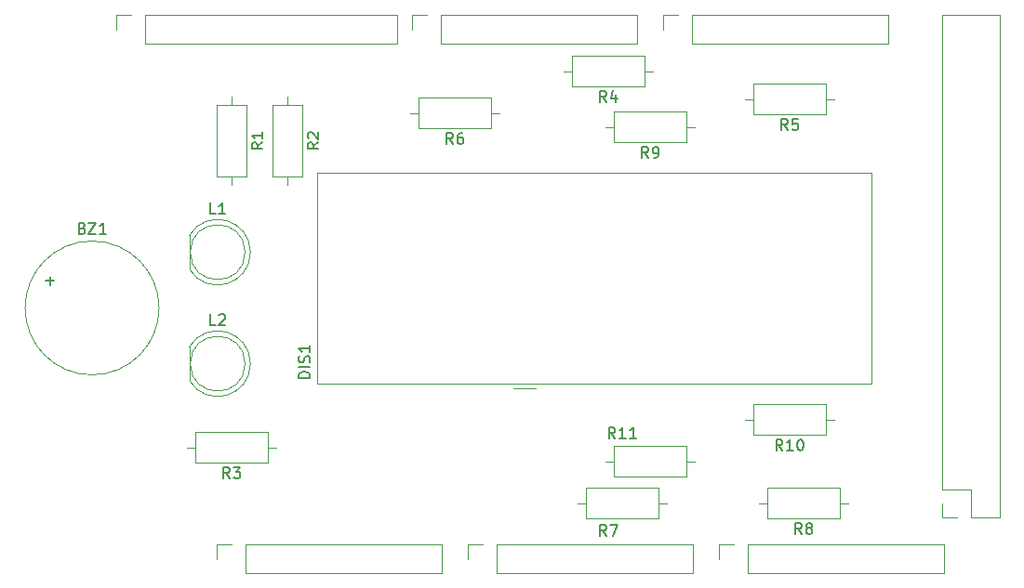
<source format=gto>
G04 #@! TF.GenerationSoftware,KiCad,Pcbnew,(6.0.8)*
G04 #@! TF.CreationDate,2022-10-24T16:19:34-07:00*
G04 #@! TF.ProjectId,p_4,705f342e-6b69-4636-9164-5f7063625858,rev?*
G04 #@! TF.SameCoordinates,Original*
G04 #@! TF.FileFunction,Legend,Top*
G04 #@! TF.FilePolarity,Positive*
%FSLAX46Y46*%
G04 Gerber Fmt 4.6, Leading zero omitted, Abs format (unit mm)*
G04 Created by KiCad (PCBNEW (6.0.8)) date 2022-10-24 16:19:34*
%MOMM*%
%LPD*%
G01*
G04 APERTURE LIST*
%ADD10C,0.150000*%
%ADD11C,0.120000*%
%ADD12R,1.700000X1.700000*%
%ADD13O,1.700000X1.700000*%
%ADD14C,1.600000*%
%ADD15O,1.600000X1.600000*%
%ADD16R,1.800000X1.800000*%
%ADD17C,1.800000*%
%ADD18C,3.200000*%
%ADD19R,1.500000X1.500000*%
%ADD20C,1.500000*%
%ADD21R,2.000000X2.000000*%
%ADD22C,2.000000*%
G04 APERTURE END LIST*
D10*
X130762380Y-59526666D02*
X130286190Y-59860000D01*
X130762380Y-60098095D02*
X129762380Y-60098095D01*
X129762380Y-59717142D01*
X129810000Y-59621904D01*
X129857619Y-59574285D01*
X129952857Y-59526666D01*
X130095714Y-59526666D01*
X130190952Y-59574285D01*
X130238571Y-59621904D01*
X130286190Y-59717142D01*
X130286190Y-60098095D01*
X130762380Y-58574285D02*
X130762380Y-59145714D01*
X130762380Y-58860000D02*
X129762380Y-58860000D01*
X129905238Y-58955238D01*
X130000476Y-59050476D01*
X130048095Y-59145714D01*
X126503333Y-66012380D02*
X126027142Y-66012380D01*
X126027142Y-65012380D01*
X127360476Y-66012380D02*
X126789047Y-66012380D01*
X127074761Y-66012380D02*
X127074761Y-65012380D01*
X126979523Y-65155238D01*
X126884285Y-65250476D01*
X126789047Y-65298095D01*
X162063333Y-95372380D02*
X161730000Y-94896190D01*
X161491904Y-95372380D02*
X161491904Y-94372380D01*
X161872857Y-94372380D01*
X161968095Y-94420000D01*
X162015714Y-94467619D01*
X162063333Y-94562857D01*
X162063333Y-94705714D01*
X162015714Y-94800952D01*
X161968095Y-94848571D01*
X161872857Y-94896190D01*
X161491904Y-94896190D01*
X162396666Y-94372380D02*
X163063333Y-94372380D01*
X162634761Y-95372380D01*
X162063333Y-55832380D02*
X161730000Y-55356190D01*
X161491904Y-55832380D02*
X161491904Y-54832380D01*
X161872857Y-54832380D01*
X161968095Y-54880000D01*
X162015714Y-54927619D01*
X162063333Y-55022857D01*
X162063333Y-55165714D01*
X162015714Y-55260952D01*
X161968095Y-55308571D01*
X161872857Y-55356190D01*
X161491904Y-55356190D01*
X162920476Y-55165714D02*
X162920476Y-55832380D01*
X162682380Y-54784761D02*
X162444285Y-55499047D01*
X163063333Y-55499047D01*
X162857142Y-86482380D02*
X162523809Y-86006190D01*
X162285714Y-86482380D02*
X162285714Y-85482380D01*
X162666666Y-85482380D01*
X162761904Y-85530000D01*
X162809523Y-85577619D01*
X162857142Y-85672857D01*
X162857142Y-85815714D01*
X162809523Y-85910952D01*
X162761904Y-85958571D01*
X162666666Y-86006190D01*
X162285714Y-86006190D01*
X163809523Y-86482380D02*
X163238095Y-86482380D01*
X163523809Y-86482380D02*
X163523809Y-85482380D01*
X163428571Y-85625238D01*
X163333333Y-85720476D01*
X163238095Y-85768095D01*
X164761904Y-86482380D02*
X164190476Y-86482380D01*
X164476190Y-86482380D02*
X164476190Y-85482380D01*
X164380952Y-85625238D01*
X164285714Y-85720476D01*
X164190476Y-85768095D01*
X179843333Y-95202380D02*
X179510000Y-94726190D01*
X179271904Y-95202380D02*
X179271904Y-94202380D01*
X179652857Y-94202380D01*
X179748095Y-94250000D01*
X179795714Y-94297619D01*
X179843333Y-94392857D01*
X179843333Y-94535714D01*
X179795714Y-94630952D01*
X179748095Y-94678571D01*
X179652857Y-94726190D01*
X179271904Y-94726190D01*
X180414761Y-94630952D02*
X180319523Y-94583333D01*
X180271904Y-94535714D01*
X180224285Y-94440476D01*
X180224285Y-94392857D01*
X180271904Y-94297619D01*
X180319523Y-94250000D01*
X180414761Y-94202380D01*
X180605238Y-94202380D01*
X180700476Y-94250000D01*
X180748095Y-94297619D01*
X180795714Y-94392857D01*
X180795714Y-94440476D01*
X180748095Y-94535714D01*
X180700476Y-94583333D01*
X180605238Y-94630952D01*
X180414761Y-94630952D01*
X180319523Y-94678571D01*
X180271904Y-94726190D01*
X180224285Y-94821428D01*
X180224285Y-95011904D01*
X180271904Y-95107142D01*
X180319523Y-95154761D01*
X180414761Y-95202380D01*
X180605238Y-95202380D01*
X180700476Y-95154761D01*
X180748095Y-95107142D01*
X180795714Y-95011904D01*
X180795714Y-94821428D01*
X180748095Y-94726190D01*
X180700476Y-94678571D01*
X180605238Y-94630952D01*
X178573333Y-58372380D02*
X178240000Y-57896190D01*
X178001904Y-58372380D02*
X178001904Y-57372380D01*
X178382857Y-57372380D01*
X178478095Y-57420000D01*
X178525714Y-57467619D01*
X178573333Y-57562857D01*
X178573333Y-57705714D01*
X178525714Y-57800952D01*
X178478095Y-57848571D01*
X178382857Y-57896190D01*
X178001904Y-57896190D01*
X179478095Y-57372380D02*
X179001904Y-57372380D01*
X178954285Y-57848571D01*
X179001904Y-57800952D01*
X179097142Y-57753333D01*
X179335238Y-57753333D01*
X179430476Y-57800952D01*
X179478095Y-57848571D01*
X179525714Y-57943809D01*
X179525714Y-58181904D01*
X179478095Y-58277142D01*
X179430476Y-58324761D01*
X179335238Y-58372380D01*
X179097142Y-58372380D01*
X179001904Y-58324761D01*
X178954285Y-58277142D01*
X127773333Y-90122380D02*
X127440000Y-89646190D01*
X127201904Y-90122380D02*
X127201904Y-89122380D01*
X127582857Y-89122380D01*
X127678095Y-89170000D01*
X127725714Y-89217619D01*
X127773333Y-89312857D01*
X127773333Y-89455714D01*
X127725714Y-89550952D01*
X127678095Y-89598571D01*
X127582857Y-89646190D01*
X127201904Y-89646190D01*
X128106666Y-89122380D02*
X128725714Y-89122380D01*
X128392380Y-89503333D01*
X128535238Y-89503333D01*
X128630476Y-89550952D01*
X128678095Y-89598571D01*
X128725714Y-89693809D01*
X128725714Y-89931904D01*
X128678095Y-90027142D01*
X128630476Y-90074761D01*
X128535238Y-90122380D01*
X128249523Y-90122380D01*
X128154285Y-90074761D01*
X128106666Y-90027142D01*
X148093333Y-59642380D02*
X147760000Y-59166190D01*
X147521904Y-59642380D02*
X147521904Y-58642380D01*
X147902857Y-58642380D01*
X147998095Y-58690000D01*
X148045714Y-58737619D01*
X148093333Y-58832857D01*
X148093333Y-58975714D01*
X148045714Y-59070952D01*
X147998095Y-59118571D01*
X147902857Y-59166190D01*
X147521904Y-59166190D01*
X148950476Y-58642380D02*
X148760000Y-58642380D01*
X148664761Y-58690000D01*
X148617142Y-58737619D01*
X148521904Y-58880476D01*
X148474285Y-59070952D01*
X148474285Y-59451904D01*
X148521904Y-59547142D01*
X148569523Y-59594761D01*
X148664761Y-59642380D01*
X148855238Y-59642380D01*
X148950476Y-59594761D01*
X148998095Y-59547142D01*
X149045714Y-59451904D01*
X149045714Y-59213809D01*
X148998095Y-59118571D01*
X148950476Y-59070952D01*
X148855238Y-59023333D01*
X148664761Y-59023333D01*
X148569523Y-59070952D01*
X148521904Y-59118571D01*
X148474285Y-59213809D01*
X165873333Y-60912380D02*
X165540000Y-60436190D01*
X165301904Y-60912380D02*
X165301904Y-59912380D01*
X165682857Y-59912380D01*
X165778095Y-59960000D01*
X165825714Y-60007619D01*
X165873333Y-60102857D01*
X165873333Y-60245714D01*
X165825714Y-60340952D01*
X165778095Y-60388571D01*
X165682857Y-60436190D01*
X165301904Y-60436190D01*
X166349523Y-60912380D02*
X166540000Y-60912380D01*
X166635238Y-60864761D01*
X166682857Y-60817142D01*
X166778095Y-60674285D01*
X166825714Y-60483809D01*
X166825714Y-60102857D01*
X166778095Y-60007619D01*
X166730476Y-59960000D01*
X166635238Y-59912380D01*
X166444761Y-59912380D01*
X166349523Y-59960000D01*
X166301904Y-60007619D01*
X166254285Y-60102857D01*
X166254285Y-60340952D01*
X166301904Y-60436190D01*
X166349523Y-60483809D01*
X166444761Y-60531428D01*
X166635238Y-60531428D01*
X166730476Y-60483809D01*
X166778095Y-60436190D01*
X166825714Y-60340952D01*
X135062380Y-80989880D02*
X134062380Y-80989880D01*
X134062380Y-80751785D01*
X134110000Y-80608928D01*
X134205238Y-80513690D01*
X134300476Y-80466071D01*
X134490952Y-80418452D01*
X134633809Y-80418452D01*
X134824285Y-80466071D01*
X134919523Y-80513690D01*
X135014761Y-80608928D01*
X135062380Y-80751785D01*
X135062380Y-80989880D01*
X135062380Y-79989880D02*
X134062380Y-79989880D01*
X135014761Y-79561309D02*
X135062380Y-79418452D01*
X135062380Y-79180357D01*
X135014761Y-79085119D01*
X134967142Y-79037500D01*
X134871904Y-78989880D01*
X134776666Y-78989880D01*
X134681428Y-79037500D01*
X134633809Y-79085119D01*
X134586190Y-79180357D01*
X134538571Y-79370833D01*
X134490952Y-79466071D01*
X134443333Y-79513690D01*
X134348095Y-79561309D01*
X134252857Y-79561309D01*
X134157619Y-79513690D01*
X134110000Y-79466071D01*
X134062380Y-79370833D01*
X134062380Y-79132738D01*
X134110000Y-78989880D01*
X135062380Y-78037500D02*
X135062380Y-78608928D01*
X135062380Y-78323214D02*
X134062380Y-78323214D01*
X134205238Y-78418452D01*
X134300476Y-78513690D01*
X134348095Y-78608928D01*
X178097142Y-87582380D02*
X177763809Y-87106190D01*
X177525714Y-87582380D02*
X177525714Y-86582380D01*
X177906666Y-86582380D01*
X178001904Y-86630000D01*
X178049523Y-86677619D01*
X178097142Y-86772857D01*
X178097142Y-86915714D01*
X178049523Y-87010952D01*
X178001904Y-87058571D01*
X177906666Y-87106190D01*
X177525714Y-87106190D01*
X179049523Y-87582380D02*
X178478095Y-87582380D01*
X178763809Y-87582380D02*
X178763809Y-86582380D01*
X178668571Y-86725238D01*
X178573333Y-86820476D01*
X178478095Y-86868095D01*
X179668571Y-86582380D02*
X179763809Y-86582380D01*
X179859047Y-86630000D01*
X179906666Y-86677619D01*
X179954285Y-86772857D01*
X180001904Y-86963333D01*
X180001904Y-87201428D01*
X179954285Y-87391904D01*
X179906666Y-87487142D01*
X179859047Y-87534761D01*
X179763809Y-87582380D01*
X179668571Y-87582380D01*
X179573333Y-87534761D01*
X179525714Y-87487142D01*
X179478095Y-87391904D01*
X179430476Y-87201428D01*
X179430476Y-86963333D01*
X179478095Y-86772857D01*
X179525714Y-86677619D01*
X179573333Y-86630000D01*
X179668571Y-86582380D01*
X114359047Y-67328571D02*
X114501904Y-67376190D01*
X114549523Y-67423809D01*
X114597142Y-67519047D01*
X114597142Y-67661904D01*
X114549523Y-67757142D01*
X114501904Y-67804761D01*
X114406666Y-67852380D01*
X114025714Y-67852380D01*
X114025714Y-66852380D01*
X114359047Y-66852380D01*
X114454285Y-66900000D01*
X114501904Y-66947619D01*
X114549523Y-67042857D01*
X114549523Y-67138095D01*
X114501904Y-67233333D01*
X114454285Y-67280952D01*
X114359047Y-67328571D01*
X114025714Y-67328571D01*
X114930476Y-66852380D02*
X115597142Y-66852380D01*
X114930476Y-67852380D01*
X115597142Y-67852380D01*
X116501904Y-67852380D02*
X115930476Y-67852380D01*
X116216190Y-67852380D02*
X116216190Y-66852380D01*
X116120952Y-66995238D01*
X116025714Y-67090476D01*
X115930476Y-67138095D01*
X111049047Y-72131428D02*
X111810952Y-72131428D01*
X111430000Y-72512380D02*
X111430000Y-71750476D01*
X126503333Y-76172380D02*
X126027142Y-76172380D01*
X126027142Y-75172380D01*
X126789047Y-75267619D02*
X126836666Y-75220000D01*
X126931904Y-75172380D01*
X127170000Y-75172380D01*
X127265238Y-75220000D01*
X127312857Y-75267619D01*
X127360476Y-75362857D01*
X127360476Y-75458095D01*
X127312857Y-75600952D01*
X126741428Y-76172380D01*
X127360476Y-76172380D01*
X135842380Y-59526666D02*
X135366190Y-59860000D01*
X135842380Y-60098095D02*
X134842380Y-60098095D01*
X134842380Y-59717142D01*
X134890000Y-59621904D01*
X134937619Y-59574285D01*
X135032857Y-59526666D01*
X135175714Y-59526666D01*
X135270952Y-59574285D01*
X135318571Y-59621904D01*
X135366190Y-59717142D01*
X135366190Y-60098095D01*
X134937619Y-59145714D02*
X134890000Y-59098095D01*
X134842380Y-59002857D01*
X134842380Y-58764761D01*
X134890000Y-58669523D01*
X134937619Y-58621904D01*
X135032857Y-58574285D01*
X135128095Y-58574285D01*
X135270952Y-58621904D01*
X135842380Y-59193333D01*
X135842380Y-58574285D01*
D11*
X195250000Y-93710000D02*
X195250000Y-91110000D01*
X192650000Y-91110000D02*
X192650000Y-47870000D01*
X193980000Y-93710000D02*
X192650000Y-93710000D01*
X195250000Y-91110000D02*
X192650000Y-91110000D01*
X192650000Y-93710000D02*
X192650000Y-92380000D01*
X197850000Y-47870000D02*
X192650000Y-47870000D01*
X197850000Y-93710000D02*
X195250000Y-93710000D01*
X197850000Y-93710000D02*
X197850000Y-47870000D01*
X129210000Y-98790000D02*
X147050000Y-98790000D01*
X129210000Y-98790000D02*
X129210000Y-96130000D01*
X147050000Y-98790000D02*
X147050000Y-96130000D01*
X129210000Y-96130000D02*
X147050000Y-96130000D01*
X126610000Y-97460000D02*
X126610000Y-96130000D01*
X126610000Y-96130000D02*
X127940000Y-96130000D01*
X152070000Y-98790000D02*
X169910000Y-98790000D01*
X152070000Y-96130000D02*
X169910000Y-96130000D01*
X149470000Y-97460000D02*
X149470000Y-96130000D01*
X149470000Y-96130000D02*
X150800000Y-96130000D01*
X152070000Y-98790000D02*
X152070000Y-96130000D01*
X169910000Y-98790000D02*
X169910000Y-96130000D01*
X174930000Y-98790000D02*
X192770000Y-98790000D01*
X172330000Y-97460000D02*
X172330000Y-96130000D01*
X192770000Y-98790000D02*
X192770000Y-96130000D01*
X172330000Y-96130000D02*
X173660000Y-96130000D01*
X174930000Y-98790000D02*
X174930000Y-96130000D01*
X174930000Y-96130000D02*
X192770000Y-96130000D01*
X120066000Y-50530000D02*
X120066000Y-47870000D01*
X120066000Y-47870000D02*
X142986000Y-47870000D01*
X142986000Y-50530000D02*
X142986000Y-47870000D01*
X117466000Y-49200000D02*
X117466000Y-47870000D01*
X117466000Y-47870000D02*
X118796000Y-47870000D01*
X120066000Y-50530000D02*
X142986000Y-50530000D01*
X144390000Y-49200000D02*
X144390000Y-47870000D01*
X146990000Y-50530000D02*
X164830000Y-50530000D01*
X164830000Y-50530000D02*
X164830000Y-47870000D01*
X146990000Y-50530000D02*
X146990000Y-47870000D01*
X146990000Y-47870000D02*
X164830000Y-47870000D01*
X144390000Y-47870000D02*
X145720000Y-47870000D01*
X167250000Y-49200000D02*
X167250000Y-47870000D01*
X169850000Y-50530000D02*
X169850000Y-47870000D01*
X167250000Y-47870000D02*
X168580000Y-47870000D01*
X169850000Y-47870000D02*
X187690000Y-47870000D01*
X169850000Y-50530000D02*
X187690000Y-50530000D01*
X187690000Y-50530000D02*
X187690000Y-47870000D01*
X127940000Y-55320000D02*
X127940000Y-56090000D01*
X129310000Y-56090000D02*
X126570000Y-56090000D01*
X129310000Y-62630000D02*
X129310000Y-56090000D01*
X126570000Y-62630000D02*
X129310000Y-62630000D01*
X126570000Y-56090000D02*
X126570000Y-62630000D01*
X127940000Y-63400000D02*
X127940000Y-62630000D01*
X124110000Y-67975000D02*
X124110000Y-71065000D01*
X129660000Y-69520462D02*
G75*
G03*
X124110000Y-67975170I-2990000J462D01*
G01*
X124110000Y-71064830D02*
G75*
G03*
X129660000Y-69519538I2560000J1544830D01*
G01*
X129170000Y-69520000D02*
G75*
G03*
X129170000Y-69520000I-2500000J0D01*
G01*
X159460000Y-92380000D02*
X160230000Y-92380000D01*
X167540000Y-92380000D02*
X166770000Y-92380000D01*
X166770000Y-91010000D02*
X160230000Y-91010000D01*
X160230000Y-93750000D02*
X166770000Y-93750000D01*
X160230000Y-91010000D02*
X160230000Y-93750000D01*
X166770000Y-93750000D02*
X166770000Y-91010000D01*
X166270000Y-53010000D02*
X165500000Y-53010000D01*
X158190000Y-53010000D02*
X158960000Y-53010000D01*
X165500000Y-51640000D02*
X158960000Y-51640000D01*
X165500000Y-54380000D02*
X165500000Y-51640000D01*
X158960000Y-51640000D02*
X158960000Y-54380000D01*
X158960000Y-54380000D02*
X165500000Y-54380000D01*
X170080000Y-88570000D02*
X169310000Y-88570000D01*
X169310000Y-87200000D02*
X162770000Y-87200000D01*
X162000000Y-88570000D02*
X162770000Y-88570000D01*
X162770000Y-87200000D02*
X162770000Y-89940000D01*
X162770000Y-89940000D02*
X169310000Y-89940000D01*
X169310000Y-89940000D02*
X169310000Y-87200000D01*
X183280000Y-91010000D02*
X176740000Y-91010000D01*
X175970000Y-92380000D02*
X176740000Y-92380000D01*
X183280000Y-93750000D02*
X183280000Y-91010000D01*
X176740000Y-93750000D02*
X183280000Y-93750000D01*
X176740000Y-91010000D02*
X176740000Y-93750000D01*
X184050000Y-92380000D02*
X183280000Y-92380000D01*
X174700000Y-55550000D02*
X175470000Y-55550000D01*
X182780000Y-55550000D02*
X182010000Y-55550000D01*
X182010000Y-54180000D02*
X175470000Y-54180000D01*
X175470000Y-56920000D02*
X182010000Y-56920000D01*
X182010000Y-56920000D02*
X182010000Y-54180000D01*
X175470000Y-54180000D02*
X175470000Y-56920000D01*
X124670000Y-88670000D02*
X131210000Y-88670000D01*
X124670000Y-85930000D02*
X124670000Y-88670000D01*
X123900000Y-87300000D02*
X124670000Y-87300000D01*
X131210000Y-88670000D02*
X131210000Y-85930000D01*
X131210000Y-85930000D02*
X124670000Y-85930000D01*
X131980000Y-87300000D02*
X131210000Y-87300000D01*
X144990000Y-55450000D02*
X144990000Y-58190000D01*
X144990000Y-58190000D02*
X151530000Y-58190000D01*
X151530000Y-55450000D02*
X144990000Y-55450000D01*
X144220000Y-56820000D02*
X144990000Y-56820000D01*
X152300000Y-56820000D02*
X151530000Y-56820000D01*
X151530000Y-58190000D02*
X151530000Y-55450000D01*
X169310000Y-59460000D02*
X169310000Y-56720000D01*
X162000000Y-58090000D02*
X162770000Y-58090000D01*
X170080000Y-58090000D02*
X169310000Y-58090000D01*
X169310000Y-56720000D02*
X162770000Y-56720000D01*
X162770000Y-59460000D02*
X169310000Y-59460000D01*
X162770000Y-56720000D02*
X162770000Y-59460000D01*
X186230000Y-81537500D02*
X186230000Y-62297500D01*
X186230000Y-62297500D02*
X135690000Y-62297500D01*
X135690000Y-81537500D02*
X186230000Y-81537500D01*
X135690000Y-81537500D02*
X135690000Y-62297500D01*
X153610000Y-81917500D02*
X155610000Y-81917500D01*
X182780000Y-84760000D02*
X182010000Y-84760000D01*
X174700000Y-84760000D02*
X175470000Y-84760000D01*
X175470000Y-86130000D02*
X182010000Y-86130000D01*
X182010000Y-86130000D02*
X182010000Y-83390000D01*
X182010000Y-83390000D02*
X175470000Y-83390000D01*
X175470000Y-83390000D02*
X175470000Y-86130000D01*
X121340000Y-74600000D02*
G75*
G03*
X121340000Y-74600000I-6100000J0D01*
G01*
X124110000Y-78135000D02*
X124110000Y-81225000D01*
X124110000Y-81224830D02*
G75*
G03*
X129660000Y-79679538I2560000J1544830D01*
G01*
X129660000Y-79680462D02*
G75*
G03*
X124110000Y-78135170I-2990000J462D01*
G01*
X129170000Y-79680000D02*
G75*
G03*
X129170000Y-79680000I-2500000J0D01*
G01*
X131650000Y-62630000D02*
X134390000Y-62630000D01*
X134390000Y-56090000D02*
X131650000Y-56090000D01*
X131650000Y-56090000D02*
X131650000Y-62630000D01*
X133020000Y-63400000D02*
X133020000Y-62630000D01*
X133020000Y-55320000D02*
X133020000Y-56090000D01*
X134390000Y-62630000D02*
X134390000Y-56090000D01*
%LPC*%
D12*
X193980000Y-92380000D03*
D13*
X196520000Y-92380000D03*
X193980000Y-89840000D03*
X196520000Y-89840000D03*
X193980000Y-87300000D03*
X196520000Y-87300000D03*
X193980000Y-84760000D03*
X196520000Y-84760000D03*
X193980000Y-82220000D03*
X196520000Y-82220000D03*
X193980000Y-79680000D03*
X196520000Y-79680000D03*
X193980000Y-77140000D03*
X196520000Y-77140000D03*
X193980000Y-74600000D03*
X196520000Y-74600000D03*
X193980000Y-72060000D03*
X196520000Y-72060000D03*
X193980000Y-69520000D03*
X196520000Y-69520000D03*
X193980000Y-66980000D03*
X196520000Y-66980000D03*
X193980000Y-64440000D03*
X196520000Y-64440000D03*
X193980000Y-61900000D03*
X196520000Y-61900000D03*
X193980000Y-59360000D03*
X196520000Y-59360000D03*
X193980000Y-56820000D03*
X196520000Y-56820000D03*
X193980000Y-54280000D03*
X196520000Y-54280000D03*
X193980000Y-51740000D03*
X196520000Y-51740000D03*
X193980000Y-49200000D03*
X196520000Y-49200000D03*
D12*
X127940000Y-97460000D03*
D13*
X130480000Y-97460000D03*
X133020000Y-97460000D03*
X135560000Y-97460000D03*
X138100000Y-97460000D03*
X140640000Y-97460000D03*
X143180000Y-97460000D03*
X145720000Y-97460000D03*
D12*
X150800000Y-97460000D03*
D13*
X153340000Y-97460000D03*
X155880000Y-97460000D03*
X158420000Y-97460000D03*
X160960000Y-97460000D03*
X163500000Y-97460000D03*
X166040000Y-97460000D03*
X168580000Y-97460000D03*
D12*
X173660000Y-97460000D03*
D13*
X176200000Y-97460000D03*
X178740000Y-97460000D03*
X181280000Y-97460000D03*
X183820000Y-97460000D03*
X186360000Y-97460000D03*
X188900000Y-97460000D03*
X191440000Y-97460000D03*
D12*
X118796000Y-49200000D03*
D13*
X121336000Y-49200000D03*
X123876000Y-49200000D03*
X126416000Y-49200000D03*
X128956000Y-49200000D03*
X131496000Y-49200000D03*
X134036000Y-49200000D03*
X136576000Y-49200000D03*
X139116000Y-49200000D03*
X141656000Y-49200000D03*
D12*
X145720000Y-49200000D03*
D13*
X148260000Y-49200000D03*
X150800000Y-49200000D03*
X153340000Y-49200000D03*
X155880000Y-49200000D03*
X158420000Y-49200000D03*
X160960000Y-49200000D03*
X163500000Y-49200000D03*
D12*
X168580000Y-49200000D03*
D13*
X171120000Y-49200000D03*
X173660000Y-49200000D03*
X176200000Y-49200000D03*
X178740000Y-49200000D03*
X181280000Y-49200000D03*
X183820000Y-49200000D03*
X186360000Y-49200000D03*
D14*
X127940000Y-54280000D03*
D15*
X127940000Y-64440000D03*
D16*
X125400000Y-69520000D03*
D17*
X127940000Y-69520000D03*
D14*
X168580000Y-92380000D03*
D15*
X158420000Y-92380000D03*
D18*
X196520000Y-97460000D03*
D14*
X167310000Y-53010000D03*
D15*
X157150000Y-53010000D03*
D14*
X171120000Y-88570000D03*
D15*
X160960000Y-88570000D03*
D18*
X115240000Y-49200000D03*
D14*
X185090000Y-92380000D03*
D15*
X174930000Y-92380000D03*
D14*
X183820000Y-55550000D03*
D15*
X173660000Y-55550000D03*
D14*
X133020000Y-87300000D03*
D15*
X122860000Y-87300000D03*
D14*
X153340000Y-56820000D03*
D15*
X143180000Y-56820000D03*
D14*
X171120000Y-58090000D03*
D15*
X160960000Y-58090000D03*
D19*
X154610000Y-79537500D03*
D20*
X157150000Y-79537500D03*
X159690000Y-79537500D03*
X162230000Y-79537500D03*
X164770000Y-79537500D03*
X167310000Y-79537500D03*
X167310000Y-64297500D03*
X164770000Y-64297500D03*
X162230000Y-64297500D03*
X159690000Y-64297500D03*
X157150000Y-64297500D03*
X154610000Y-64297500D03*
D14*
X183820000Y-84760000D03*
D15*
X173660000Y-84760000D03*
D21*
X111440000Y-74600000D03*
D22*
X119040000Y-74600000D03*
D18*
X113970000Y-97460000D03*
D16*
X125400000Y-79680000D03*
D17*
X127940000Y-79680000D03*
D14*
X133020000Y-54280000D03*
D15*
X133020000Y-64440000D03*
D18*
X190170000Y-49200000D03*
M02*

</source>
